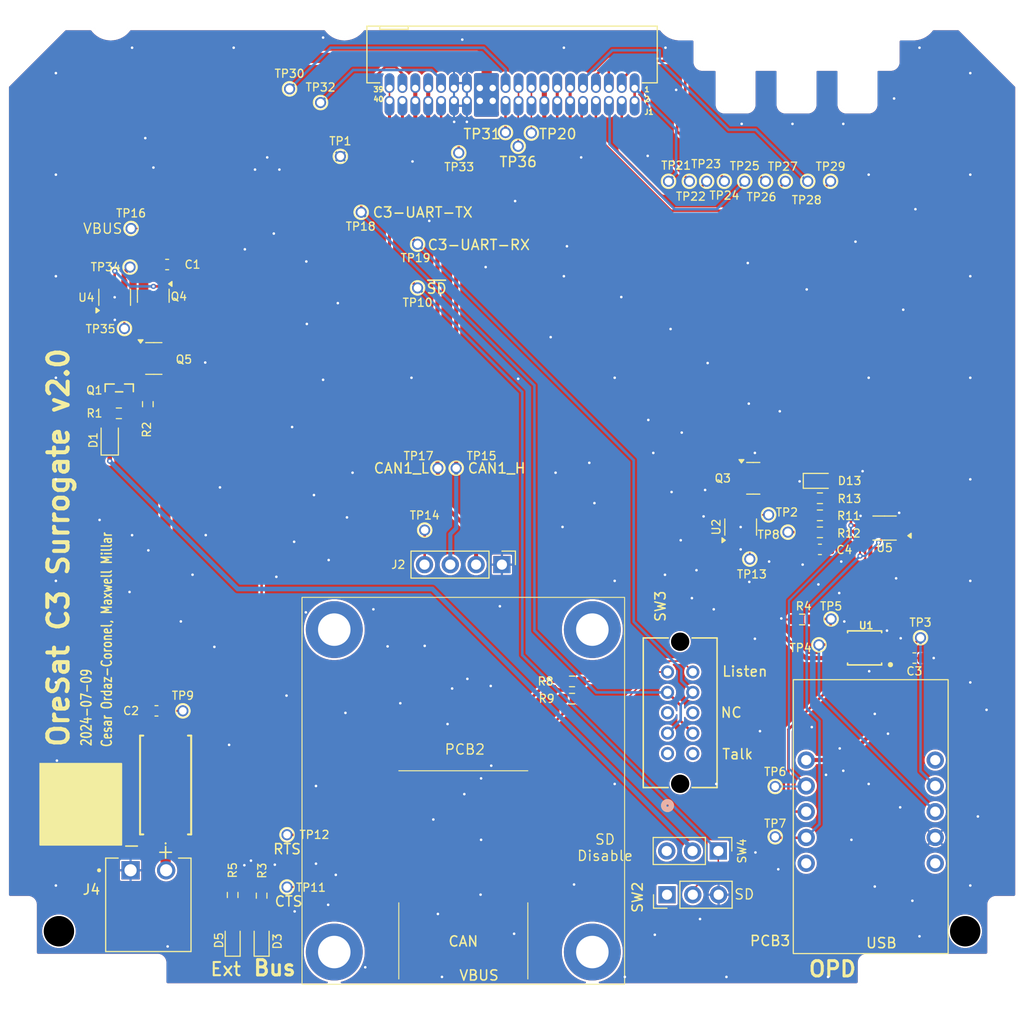
<source format=kicad_pcb>
(kicad_pcb (version 20241229) (generator "pcbnew") (generator_version "9.0")
  (title_block (title "Oresat C3 Surrogate") (date "2024-07-09") (rev "2.0"))
  (layers (0 "F.Cu" signal) (2 "B.Cu" signal) (13 "F.Paste" user) (15 "B.Paste" user) (5 "F.SilkS" user "F.Silkscreen") (7 "B.SilkS" user "B.Silkscreen") (1 "F.Mask" user) (3 "B.Mask" user) (25 "Edge.Cuts" user))
  (net 0 "")
  (net 1 "VBUS")
  (net 2 "GND")
  (net 3 "~{SD}")
  (net 4 "Net-(Q5-S)")
  (net 5 "Net-(PCB3-3V3)")
  (net 6 "Net-(Q3-D)")
  (net 7 "/SPARE5")
  (net 8 "/SPARE4")
  (net 9 "/SPARE3")
  (net 10 "/SPARE1")
  (net 11 "/CAN2_H")
  (net 12 "/CAN2_L")
  (net 13 "/SPARE32")
  (net 14 "/SPARE31")
  (net 15 "/SPARE22")
  (net 16 "/SPARE21")
  (net 17 "/SPARE10")
  (net 18 "/SPARE9")
  (net 19 "/SPARE8")
  (net 20 "/SPARE7")
  (net 21 "/SPARE6")
  (net 22 "/CANable_5V")
  (net 23 "C3-UART-TX")
  (net 24 "Net-(D1-A)")
  (net 25 "Net-(D1-K)")
  (net 26 "/OPD_ISET")
  (net 27 "/OPD_~{FAULT}")
  (net 28 "/OPD_~{ENABLE}")
  (net 29 "C3-UART-RX")
  (net 30 "OPD_PWR")
  (net 31 "OPD_SDA")
  (net 32 "OPD_SCL")
  (net 33 "CAN1_H")
  (net 34 "CAN1_L")
  (net 35 "Net-(D3-A)")
  (net 36 "Net-(D5-A)")
  (net 37 "Net-(D13-A)")
  (net 38 "Net-(PCB2-3V3)")
  (net 40 "Net-(PCB2-TXD)")
  (net 43 "Net-(PCB2-RTS#)")
  (net 44 "Net-(PCB2-RXD)")
  (net 45 "Net-(PCB2-CTS#)")
  (net 46 "Net-(Q1-D)")
  (net 47 "Net-(Q3-G)")
  (net 48 "Net-(Q4-D)")
  (net 49 "Net-(Q4-G)")
  (net 50 "Net-(R8-Pad2)")
  (net 51 "Net-(R9-Pad2)")
  (net 52 "/SDA")
  (net 58 "Net-(U2-STAT)")
  (net 59 "Net-(U2-CTL)")
  (net 60 "Net-(U4-STAT)")
  (net 61 "Net-(U4-CTL)")
  (net 63 "/SCL")
  (net 67 "Net-(J4-Pin_2)")
  (footprint "oresat-pcbs:Adafruit-Trinket" (layer "F.Cu") (at 185.2 132.73 180)
    (property "Reference" "PCB3")
    (property "Value" "Trinket-M0")
  )
  (footprint "oresat-misc:TestPoint-0.75mm-th" (layer "F.Cu") (at 173.3 107.85)
    (property "Reference" "TP13")
    (property "Value" "Test-Point" (hide yes))
  )
  (footprint "Package_TO_SOT_SMD:TSOT-23-6" (layer "F.Cu") (at 110.7857 82.0714 90)
    (property "Reference" "U4")
    (property "Value" "LTC4412xS6")
  )
  (footprint "Resistor_SMD:R_0603_1608Metric_Pad0.98x0.95mm_HandSolder" (layer "F.Cu") (at 180.2 103.545)
    (property "Reference" "R11")
    (property "Value" "4.7k")
  )
  (footprint "oresat-misc:TestPoint-0.75mm-th" (layer "F.Cu") (at 176.8 70.65)
    (property "Reference" "TP27")
    (property "Value" "Test-Point" (hide yes))
  )
  (footprint "oresat-misc:TestPoint-0.75mm-th" (layer "F.Cu") (at 117.5 122.8)
    (property "Reference" "TP9")
    (property "Value" "Test-Point" (hide yes))
  )
  (footprint "oresat-misc:TestPoint-0.75mm-th" (layer "F.Cu") (at 177.05 105.2)
    (property "Reference" "TP8")
    (property "Value" "Test-Point" (hide yes))
  )
  (footprint "oresat-misc:TestPoint-0.75mm-th" (layer "F.Cu") (at 142.6 98.89825)
    (property "Reference" "TP17")
    (property "Value" "Test-Point" (hide yes))
  )
  (footprint "oresat-misc:TestPoint-0.75mm-th" (layer "F.Cu") (at 127.75 135)
    (property "Reference" "TP12")
    (property "Value" "Test-Point" (hide yes))
  )
  (footprint "Package_TO_SOT_SMD:SOT-23-6" (layer "F.Cu") (at 114.6375 88.1)
    (property "Reference" "Q5")
    (property "Value" "DMP3050LVT-7")
  )
  (footprint "oresat-misc:TestPoint-0.75mm-th" (layer "F.Cu") (at 181.3 113.75)
    (property "Reference" "TP5")
    (property "Value" "Test-Point" (hide yes))
  )
  (footprint "LED_SMD:LED_0603_1608Metric_Pad1.05x0.95mm_HandSolder" (layer "F.Cu") (at 180.2225 100.15)
    (property "Reference" "D13")
    (property "Value" "Green")
  )
  (footprint "Package_TO_SOT_SMD:TSOT-23-6" (layer "F.Cu") (at 172.4 104.7 90)
    (property "Reference" "U2")
    (property "Value" "LTC4412xS6")
  )
  (footprint "LED_SMD:LED_0603_1608Metric_Pad1.05x0.95mm_HandSolder" (layer "F.Cu") (at 125.25 145.3 90)
    (property "Reference" "D3")
    (property "Value" "Green")
  )
  (footprint "oresat-misc:TestPoint-0.75mm-th" (layer "F.Cu") (at 175.8 130.25)
    (property "Reference" "TP6")
    (property "Value" "Test-Point" (hide yes))
  )
  (footprint "oresat-misc:TestPoint-0.75mm-th" (layer "F.Cu") (at 150.5 67.2)
    (property "Reference" "TP36")
    (property "Value" "Test-Point" (hide yes))
  )
  (footprint "oresat-misc:TestPoint-0.75mm-th" (layer "F.Cu") (at 111.75 85.15 -90)
    (property "Reference" "TP35")
    (property "Value" "Test-Point" (hide yes))
  )
  (footprint "oresat-misc:TestPoint-0.75mm-th" (layer "F.Cu") (at 141.3 105)
    (property "Reference" "TP14")
    (property "Value" "Test-Point" (hide yes))
  )
  (footprint "oresat-misc:TestPoint-0.75mm-th" (layer "F.Cu") (at 151.8 65.9)
    (property "Reference" "TP20")
    (property "Value" "Test-Point" (hide yes))
  )
  (footprint "oresat-connectors:PHOENIX_1995499" (layer "F.Cu") (at 109.9 146.5)
    (property "Reference" "J4")
    (property "Value" "1995499")
  )
  (footprint "Connector_PinHeader_2.54mm:PinHeader_1x03_P2.54mm_Vertical" (layer "F.Cu") (at 170.2 136.6 -90)
    (property "Reference" "SW4")
    (property "Value" "EG1218")
  )
  (footprint "Package_TO_SOT_SMD:SOT-23" (layer "F.Cu") (at 114.5857 81.9214 -90)
    (property "Reference" "Q4")
    (property "Value" "NTR4101P")
  )
  (footprint "oresat-ics:SOT23" (layer "F.Cu") (at 111.2375 91)
    (property "Reference" "Q1")
    (property "Value" "PMV45EN")
  )
  (footprint "Resistor_SMD:R_0603_1608Metric_Pad0.98x0.95mm_HandSolder" (layer "F.Cu") (at 180.2 105.2225)
    (property "Reference" "R12")
    (property "Value" "4.7k")
  )
  (footprint "oresat-connectors:J-SAMTEC-TFM-120-X1-XXX-D-RA" (layer "F.Cu") (at 149.9 62.1)
    (property "Reference" "J1")
    (property "Value" "J-SAMTEC-TFM-120-X1-XXX-D-RA")
  )
  (footprint "oresat-misc:TestPoint-0.75mm-th" (layer "F.Cu") (at 174.85 70.65)
    (property "Reference" "TP26")
    (property "Value" "Test-Point" (hide yes))
  )
  (footprint "Resistor_SMD:R_0603_1608Metric_Pad0.98x0.95mm_HandSolder" (layer "F.Cu") (at 155.8 121.6)
    (property "Reference" "R9")
    (property "Value" "100")
  )
  (footprint "oresat-misc:TestPoint-0.75mm-th" (layer "F.Cu") (at 128 61.55)
    (property "Reference" "TP30")
    (property "Value" "Test-Point" (hide yes))
  )
  (footprint "LED_SMD:LED_0603_1608Metric_Pad1.05x0.95mm_HandSolder" (layer "F.Cu") (at 122.4 145.3 90)
    (property "Reference" "D5")
    (property "Value" "Green")
  )
  (footprint "oresat-pcbs:ORESAT-CARD-V1.3-3RF" (layer "F.Cu") (at 149.9 100.2)
    (property "Reference" "PCB1" (hide yes))
    (property "Value" "ORESAT-CARD-V1.3-GENERIC-3RF" (hide yes))
    (fp_line (start -49.9 -39) (end -49.9 40.7) (stroke (width 0.001)) (layer "Edge.Cuts"))
    (fp_line (start -49.4 41.2) (end -47.65 41.2) (stroke (width 0.001)) (layer "Edge.Cuts"))
    (fp_line (start -47.15 41.7) (end -47.15 46.4) (stroke (width 0.001)) (layer "Edge.Cuts"))
    (fp_line (start -46.65 46.9) (end -34.9 46.9) (stroke (width 0.001)) (layer "Edge.Cuts"))
    (fp_line (start -44.1 -44.8) (end -49.9 -39) (stroke (width 0.001)) (layer "Edge.Cuts"))
    (fp_line (start -41.23205 -44.8) (end -44.1 -44.8) (stroke (width 0.001)) (layer "Edge.Cuts"))
    (fp_line (start -34.4 47.4) (end -34.4 49.3) (stroke (width 0.001)) (layer "Edge.Cuts"))
    (fp_line (start -33.9 49.8) (end 33.9 49.8) (stroke (width 0.001)) (layer "Edge.Cuts"))
    (fp_line (start -18.23205 -44.8) (end -37.76795 -44.8) (stroke (width 0.001)) (layer "Edge.Cuts"))
    (fp_line (start 14.76795 -44.8) (end -14.76795 -44.8) (stroke (width 0.001)) (layer "Edge.Cuts"))
    (fp_line (start 16.5 -43.8) (end 17.73205 -43.8) (stroke (width 0.001)) (layer "Edge.Cuts"))
    (fp_line (start 18.23205 -43.3) (end 18.23205 -41.3) (stroke (width 0.001)) (layer "Edge.Cuts"))
    (fp_line (start 18.73205 -40.8) (end 20.41 -40.8) (stroke (width 0.001)) (layer "Edge.Cuts"))
    (fp_line (start 20.41 -40.8) (end 20.41 -37.1) (stroke (width 0.001)) (layer "Edge.Cuts"))
    (fp_line (start 20.91 -36.6) (end 23.09 -36.6) (stroke (width 0.001)) (layer "Edge.Cuts"))
    (fp_line (start 23.59 -37.1) (end 23.59 -40.8) (stroke (width 0.001)) (layer "Edge.Cuts"))
    (fp_line (start 26.41 -40.8) (end 23.59 -40.8) (stroke (width 0.001)) (layer "Edge.Cuts"))
    (fp_line (start 26.41 -37.1) (end 26.41 -40.8) (stroke (width 0.001)) (layer "Edge.Cuts"))
    (fp_line (start 26.91 -36.6) (end 29.09 -36.6) (stroke (width 0.001)) (layer "Edge.Cuts"))
    (fp_line (start 29.59 -37.1) (end 29.59 -40.8) (stroke (width 0.001)) (layer "Edge.Cuts"))
    (fp_line (start 32.41 -40.8) (end 29.59 -40.8) (stroke (width 0.001)) (layer "Edge.Cuts"))
    (fp_line (start 32.41 -37.1) (end 32.41 -40.8) (stroke (width 0.001)) (layer "Edge.Cuts"))
    (fp_line (start 32.91 -36.6) (end 35.09 -36.6) (stroke (width 0.001)) (layer "Edge.Cuts"))
    (fp_line (start 34.4 49.3) (end 34.4 47.4) (stroke (width 0.001)) (layer "Edge.Cuts"))
    (fp_line (start 34.9 46.9) (end 46.65 46.9) (stroke (width 0.001)) (layer "Edge.Cuts"))
    (fp_line (start 35.59 -37.1) (end 35.59 -40.8) (stroke (width 0.001)) (layer "Edge.Cuts"))
    (fp_line (start 37.26795 -40.8) (end 35.59 -40.8) (stroke (width 0.001)) (layer "Edge.Cuts"))
    (fp_line (start 37.76795 -43.3) (end 37.76795 -41.3) (stroke (width 0.001)) (layer "Edge.Cuts"))
    (fp_line (start 39.5 -43.8) (end 38.26795 -43.8) (stroke (width 0.001)) (layer "Edge.Cuts"))
    (fp_line (start 44.1 -44.8) (end 41.23205 -44.8) (stroke (width 0.001)) (layer "Edge.Cuts"))
    (fp_line (start 47.15 46.4) (end 47.15 41.7) (stroke (width 0.001)) (layer "Edge.Cuts"))
    (fp_line (start 47.65 41.2) (end 49.4 41.2) (stroke (width 0.001)) (layer "Edge.Cuts"))
    (fp_line (start 49.9 -39) (end 44.1 -44.8) (stroke (width 0.001)) (layer "Edge.Cuts"))
    (fp_line (start 49.9 40.7) (end 49.9 -39) (stroke (width 0.001)) (layer "Edge.Cuts"))
    (fp_arc (start -49.4 41.2) (mid -49.753553 41.053553) (end -49.9 40.7) (stroke (width 0.001)) (layer "Edge.Cuts"))
    (fp_arc (start -47.65 41.2) (mid -47.296447 41.346447) (end -47.15 41.7) (stroke (width 0.001)) (layer "Edge.Cuts"))
    (fp_arc (start -46.65 46.9) (mid -47.003553 46.753553) (end -47.15 46.4) (stroke (width 0.001)) (layer "Edge.Cuts"))
    (fp_arc (start -37.767951 -44.799999) (mid -39.500001 -43.800001) (end -41.23205 -44.8) (stroke (width 0.001)) (layer "Edge.Cuts"))
    (fp_arc (start -34.9 46.9) (mid -34.546447 47.046447) (end -34.4 47.4) (stroke (width 0.001)) (layer "Edge.Cuts"))
    (fp_arc (start -33.9 49.8) (mid -34.253553 49.653553) (end -34.4 49.3) (stroke (width 0.001)) (layer "Edge.Cuts"))
    (fp_arc (start -14.767951 -44.799999) (mid -16.500001 -43.800001) (end -18.23205 -44.8) (stroke (width 0.001)) (layer "Edge.Cuts"))
    (fp_arc (start 16.499999 -43.8) (mid 15.5 -44.067949) (end 14.76795 -44.8) (stroke (width 0.001)) (layer "Edge.Cuts"))
    (fp_arc (start 17.73205 -43.8) (mid 18.085571 -43.653536) (end 18.23205 -43.3) (stroke (width 0.001)) (layer "Edge.Cuts"))
    (fp_arc (start 18.73205 -40.8) (mid 18.378529 -40.946464) (end 18.23205 -41.3) (stroke (width 0.001)) (layer "Edge.Cuts"))
    (fp_arc (start 20.91 -36.6) (mid 20.556447 -36.746447) (end 20.41 -37.1) (stroke (width 0.001)) (layer "Edge.Cuts"))
    (fp_arc (start 23.59 -37.1) (mid 23.443553 -36.746447) (end 23.09 -36.6) (stroke (width 0.001)) (layer "Edge.Cuts"))
    (fp_arc (start 26.91 -36.6) (mid 26.556447 -36.746447) (end 26.41 -37.1) (stroke (width 0.001)) (layer "Edge.Cuts"))
    (fp_arc (start 29.59 -37.1) (mid 29.443553 -36.746447) (end 29.09 -36.6) (stroke (width 0.001)) (layer "Edge.Cuts"))
    (fp_arc (start 32.91 -36.6) (mid 32.556447 -36.746447) (end 32.41 -37.1) (stroke (width 0.001)) (layer "Edge.Cuts"))
    (fp_arc (start 34.4 47.4) (mid 34.546447 47.046447) (end 34.9 46.9) (stroke (width 0.001)) (layer "Edge.Cuts"))
    (fp_arc (start 34.4 49.3) (mid 34.253553 49.653553) (end 33.9 49.8) (stroke (width 0.001)) (layer "Edge.Cuts"))
    (fp_arc (start 35.59 -37.1) (mid 35.443553 -36.746447) (end 35.09 -36.6) (stroke (width 0.001)) (layer "Edge.Cuts"))
    (fp_arc (start 37.76795 -43.3) (mid 37.914394 -43.653571) (end 38.26795 -43.8) (stroke (width 0.001)) (layer "Edge.Cuts"))
    (fp_arc (start 37.76795 -41.3) (mid 37.621506 -40.946429) (end 37.26795 -40.8) (stroke (width 0.001)) (layer "Edge.Cuts"))
    (fp_arc (start 41.232049 -44.8) (mid 40.499999 -44.06795) (end 39.5 -43.8) (stroke (width 0.001)) (layer "Edge.Cuts"))
    (fp_arc (start 47.15 41.7) (mid 47.296447 41.346447) (end 47.65 41.2) (stroke (width 0.001)) (layer "Edge.Cuts"))
    (fp_arc (start 47.15 46.4) (mid 47.003553 46.753553) (end 46.65 46.9) (stroke (width 0.001)) (layer "Edge.Cuts"))
    (fp_arc (start 49.9 40.7) (mid 49.753553 41.053553) (end 49.4 41.2) (stroke (width 0.001)) (layer "Edge.Cuts"))
  )
  (footprint "oresat-misc:TestPoint-0.75mm-th" (layer "F.Cu") (at 169.05 70.65)
    (property "Reference" "TP23")
    (property "Value" "Test-Point" (hide yes))
  )
  (footprint "oresat-misc:TestPoint-0.75mm-th" (layer "F.Cu") (at 181.25 70.65)
    (property "Reference" "TP29")
    (property "Value" "Test-Point" (hide yes))
  )
  (footprint "Package_SO:VSSOP-8_2.3x2mm_P0.5mm" (layer "F.Cu") (at 186.565 104.8 180)
    (property "Reference" "U5")
    (property "Value" "TS5A21366")
  )
  (footprint "oresat-misc:TestPoint-0.75mm-th" (layer "F.Cu") (at 140.6 76.85)
    (property "Reference" "TP19")
    (property "Value" "Test-Point" (hide yes))
  )
  (footprint "Resistor_SMD:R_0603_1608Metric_Pad0.98x0.95mm_HandSolder" (layer "F.Cu") (at 180.2 101.8675)
    (property "Reference" "R13")
    (property "Value" "10k")
  )
  (footprint "Capacitor_SMD:C_0603_1608Metric_Pad1.08x0.95mm_HandSolder" (layer "F.Cu") (at 180.2 106.9)
    (property "Reference" "C4")
    (property "Value" "1uF")
  )
  (footprint "Package_TO_SOT_SMD:SOT-23" (layer "F.Cu") (at 173.6375 99.9)
    (property "Reference" "Q3")
    (property "Value" "NTR4101P")
  )
  (footprint "oresat-misc:TestPoint-0.75mm-th" (layer "F.Cu") (at 133 68.2)
    (property "Reference" "TP1")
    (property "Value" "Test-Point" (hide yes))
  )
  (footprint "oresat-misc:TestPoint-0.75mm-th" (layer "F.Cu") (at 180.1 116.3)
    (property "Reference" "TP4")
    (property "Value" "Test-Point" (hide yes))
  )
  (footprint "oresat-misc:TestPoint-0.75mm-th" (layer "F.Cu") (at 144.65 67.85)
    (property "Reference" "TP33")
    (property "Value" "Test-Point" (hide yes))
  )
  (footprint "Resistor_SMD:R_0603_1608Metric_Pad0.98x0.95mm_HandSolder" (layer "F.Cu") (at 178.45 113.8 180)
    (property "Reference" "R4")
    (property "Value" "23.7k")
  )
  (footprint "oresat-misc:TestPoint-0.75mm-th" (layer "F.Cu") (at 144.4 98.89825)
    (property "Reference" "TP15")
    (property "Value" "Test-Point" (hide yes))
  )
  (footprint "oresat-misc:TestPoint-0.75mm-th" (layer "F.Cu") (at 140.6 81.15)
    (property "Reference" "TP10")
    (property "Value" "Test-Point" (hide yes))
  )
  (footprint "oresat-ics:LINEAR-MSOP-8-AND-MAXIM-UMAX-8-21-0036" (layer "F.Cu") (at 184.6 116.6 180)
    (property "Reference" "U1")
    (property "Value" "MAX892LEUA+T" (hide yes))
  )
  (footprint "oresat-misc:TestPoint-0.75mm-th" (layer "F.Cu") (at 112.4 75.3)
    (property "Reference" "TP16")
    (property "Value" "Test-Point" (hide yes))
  )
  (footprint "oresat-misc:TestPoint-0.75mm-th" (layer "F.Cu") (at 175.8 135.2)
    (property "Reference" "TP7")
    (property "Value" "Test-Point" (hide yes))
  )
  (footprint "oresat-passives:Littelfuse 155900DR" (layer "F.Cu") (at 115.8 130.1 90)
    (property "Reference" "F2" (hide yes))
    (property "Value" "0155900DR" (hide yes))
  )
  (footprint "Capacitor_SMD:C_0603_1608Metric_Pad1.08x0.95mm_HandSolder" (layer "F.Cu") (at 115.95 78.85)
    (property "Reference" "C1")
    (property "Value" "10uF")
  )
  (footprint "Resistor_SMD:R_0603_1608Metric_Pad0.98x0.95mm_HandSolder" (layer "F.Cu") (at 122.4 140.93125 -90)
    (property "Reference" "R5")
    (property "Value" "10k")
  )
  (footprint "Diode_SMD:D_SOD-323F" (layer "F.Cu") (at 110.3 96 90)
    (property "Reference" "D1")
    (property "Value" "1N4151WS")
  )
  (footprint "oresat-misc:TestPoint-0.75mm-th" (layer "F.Cu") (at 179 70.65)
    (property "Reference" "TP28")
    (property "Value" "Test-Point" (hide yes))
  )
  (footprint "oresat-misc:TestPoint-0.75mm-th" (layer "F.Cu") (at 170.8 70.65)
    (property "Reference" "TP24")
    (property "Value" "Test-Point" (hide yes))
  )
  (footprint "Resistor_SMD:R_0603_1608Metric_Pad0.98x0.95mm_HandSolder" (layer "F.Cu") (at 114.05 92.6 90)
    (property "Reference" "R2")
    (property "Value" "10k")
  )
  (footprint "oresat-misc:TestPoint-0.75mm-th" (layer "F.Cu") (at 135.05 73.7)
    (property "Reference" "TP18")
    (property "Value" "Test-Point" (hide yes))
  )
  (footprint "Connector_PinHeader_2.54mm:PinHeader_1x03_P2.54mm_Vertical" (layer "F.Cu") (at 165.15 140.905 90)
    (property "Reference" "SW2")
    (property "Value" "EG1218")
  )
  (footprint "Resistor_SMD:R_0603_1608Metric_Pad0.98x0.95mm_HandSolder" (layer "F.Cu") (at 125.25 141 -90)
    (property "Reference" "R3")
    (property "Value" "10k")
  )
  (footprint "oresat-misc:TestPoint-0.75mm-th" (layer "F.Cu") (at 172.8 70.65)
    (property "Reference" "TP25")
    (property "Value" "Test-Point" (hide yes))
  )
  (footprint "oresat-misc:TestPoint-0.75mm-th" (layer "F.Cu") (at 131.05 62.9)
    (property "Reference" "TP32")
    (property "Value" "Test-Point" (hide yes))
  )
  (footprint "oresat-passives:DP3T_OS203011MV9QS1_CNK" (layer "F.Cu") (at 165.2 127 90)
    (property "Reference" "SW3")
    (property "Value" "OS203011MV9QS1")
  )
  (footprint "Resistor_SMD:R_0603_1608Metric_Pad0.98x0.95mm_HandSolder" (layer "F.Cu") (at 155.8 119.9)
    (property "Reference" "R8")
    (property "Value" "100")
  )
  (footprint "Connector_PinHeader_2.54mm:PinHeader_1x04_P2.54mm_Vertical" (layer "F.Cu") (at 148.9 108.4 -90)
    (property "Reference" "J2")
    (property "Value" "Conn_01x04")
  )
  (footprint "oresat-misc:TestPoint-0.75mm-th" (layer "F.Cu") (at 127.75 140.15)
    (property "Reference" "TP11")
    (property "Value" "Test-Point" (hide yes))
  )
  (footprint "Capacitor_SMD:C_0603_1608Metric_Pad1.08x0.95mm_HandSolder" (layer "F.Cu") (at 114.9 122.8 180)
    (property "Reference" "C2")
    (property "Value" "10uF")
  )
  (footprint "Resistor_SMD:R_0603_1608Metric_Pad0.98x0.95mm_HandSolder" (layer "F.Cu") (at 111.2 93.5 180)
    (property "Reference" "R1")
    (property "Value" "10k")
  )
  (footprint "oresat-pcbs:vulCAN" (layer "F.Cu") (at 132.4 114.8)
    (property "Reference" "vCAN" (hide yes))
    (property "Value" "vulCAN")
  )
  (footprint "oresat-misc:TestPoint-0.75mm-th" (layer "F.Cu") (at 167.35 70.65)
    (property "Reference" "TP22")
    (property "Value" "Test-Point" (hide yes))
  )
  (footprint "oresat-misc:TestPoint-0.75mm-th" (layer "F.Cu") (at 165.3 70.65)
    (property "Reference" "TP21")
    (property "Value" "Test-Point" (hide yes))
  )
  (footprint "oresat-misc:TestPoint-0.75mm-th" (layer "F.Cu") (at 112.3 79.1)
    (property "Reference" "TP34")
    (property "Value" "Test-Point" (hide yes))
  )
  (footprint "oresat-pcbs:UMFT234XF" (layer "F.Cu") (at 151.45 149.7 180)
    (property "Reference" "PCB2")
    (property "Value" "UMFT234XF")
  )
  (footprint "oresat-misc:TestPoint-0.75mm-th" (layer "F.Cu") (at 190.1 115.6)
    (property "Reference" "TP3")
    (property "Value" "Test-Point" (hide yes))
  )
  (footprint "Capacitor_SMD:C_0603_1608Metric_Pad1.08x0.95mm_HandSolder" (layer "F.Cu") (at 189.5 117.6)
    (property "Reference" "C3")
    (property "Value" "1uF")
  )
  (footprint "oresat-misc:TestPoint-0.75mm-th" (layer "F.Cu") (at 149.25 65.85)
    (property "Reference" "TP31")
    (property "Value" "Test-Point" (hide yes))
  )
  (footprint "oresat-misc:TestPoint-0.75mm-th" (layer "F.Cu") (at 175.15 103.5)
    (property "Reference" "TP2")
    (property "Value" "Test-Point" (hide yes))
  )
  (gr_rect (start 103.45 128) (end 111.45 136) (stroke (width 0.15)) (fill yes) (layer "F.SilkS"))
  (gr_text "Listen" (at 170.5 119.5 0) (layer "F.SilkS") (effects (font (size 1 1)) (justify left bottom)))
  (gr_text "VBUS\n" (at 107.6 75.9 0) (layer "F.SilkS") (effects (font (size 1 1) (thickness 0.127)) (justify left bottom)))
  (gr_text "-" (at 112.45 136 0) (layer "F.SilkS") (effects (font (size 1.5 1.5))))
  (gr_text "${ISSUE_DATE}" (at 108 126.35 90) (layer "F.SilkS") (effects (font (size 1 0.75)) (justify left)))
  (gr_text "C3-UART-TX" (at 136.1 74.3 0) (layer "F.SilkS") (effects (font (size 1 1)) (justify left bottom)))
  (gr_text "RTS" (at 126.3 137 0) (layer "F.SilkS") (effects (font (size 1 1)) (justify left bottom)))
  (gr_text "Bus" (at 124.3 149 0) (layer "F.SilkS") (effects (font (size 1.5 1.5) (thickness 0.3) (bold yes)) (justify left bottom)))
  (gr_text "SD" (at 172.755 141.455 0) (layer "F.SilkS") (effects (font (size 1 1) (thickness 0.127)) (justify bottom)))
  (gr_text "Ext" (at 120.1 149 0) (layer "F.SilkS") (effects (font (size 1.3 1.3) (thickness 0.2) (bold yes)) (justify left bottom)))
  (gr_text "+" (at 115.8 136.61 0) (layer "F.SilkS") (effects (font (size 1.5 1.5))))
  (gr_text "VBUS" (at 146.65 148.85 0) (layer "F.SilkS") (effects (font (size 1 1))))
  (gr_text "~{SD}" (at 141.4 81.8 0) (layer "F.SilkS") (effects (font (size 1 1)) (justify left bottom)))
  (gr_text "CAN1_H" (at 145.45 99.5 0) (layer "F.SilkS") (effects (font (size 1 1)) (justify left bottom)))
  (gr_text "C3-UART-RX" (at 141.5 77.5 0) (layer "F.SilkS") (effects (font (size 1 1)) (justify left bottom)))
  (gr_text "Talk" (at 170.5 127.65 0) (layer "F.SilkS") (effects (font (size 1 1)) (justify left bottom)))
  (gr_text "Cesar Ordaz-Coronel, Maxwell Millar" (at 110 126.45 90) (layer "F.SilkS") (effects (font (size 1 0.75)) (justify left)))
  (gr_text "OPD" (at 178.95 149.1 0) (layer "F.SilkS") (effects (font (size 1.5 1.5) (thickness 0.3) (bold yes)) (justify left bottom)))
  (gr_text "SD\nDisable" (at 159.05 137.66 0) (layer "F.SilkS") (effects (font (size 1 1) (thickness 0.127)) (justify bottom)))
  (gr_text "NC" (at 170.35 123.55 0) (layer "F.SilkS") (effects (font (size 1 1)) (justify left bottom)))
  (gr_text "CAN1_L" (at 136.2 99.5 0) (layer "F.SilkS") (effects (font (size 1 1)) (justify left bottom)))
  (gr_text "OreSat C3 Surrogate v${REVISION}" (at 105.25 126.55 90) (layer "F.SilkS") (effects (font (size 2 2) (thickness 0.4)) (justify left)))
  (gr_text "CAN" (at 145.1 145.5 0) (layer "F.SilkS") (effects (font (size 1 1))))
  (gr_text "CTS" (at 126.45 142.15 0) (layer "F.SilkS") (effects (font (size 1 1)) (justify left bottom)))
  (segment (start 113.6357 78.85) (end 115.0875 78.85) (width 1) (layer "F.Cu") (net 1))
  (segment (start 146.4 58.5) (end 128.6357 58.5) (width 1) (layer "F.Cu") (net 1))
  (segment (start 113.6357 73.5) (end 113.6357 75.3) (width 1) (layer "F.Cu") (net 1))
  (segment (start 147.4 60.87) (end 147.4 59.5) (width 1) (layer "F.Cu") (net 1))
  (segment (start 128.6357 58.5) (end 113.6357 73.5) (width 1) (layer "F.Cu") (net 1))
  (segment (start 119.4 77.3) (end 113.6357 77.3) (width 0.25) (layer "F.Cu") (net 1))
  (segment (start 113.6357 75.3) (end 113.6357 77.3) (width 1) (layer "F.Cu") (net 1))
  (segment (start 125.25 83.15) (end 119.4 77.3) (width 0.25) (layer "F.Cu") (net 1))
  (segment (start 113.6357 77.3) (end 113.6357 78.85) (width 1) (layer "F.Cu") (net 1))
  (segment (start 147.4 59.5) (end 146.4 58.5) (width 1) (layer "F.Cu") (net 1))
  (segment (start 112.4 75.3) (end 113.6357 75.3) (width 0.1524) (layer "F.Cu") (net 1))
  (segment (start 125.25 140.0875) (end 125.25 83.15) (width 0.25) (layer "F.Cu") (net 1))
  (segment (start 111.1 78) (end 109.8357 79.2643) (width 0.25) (layer "F.Cu") (net 1))
  (segment (start 113.6357 78) (end 111.1 78) (width 0.25) (layer "F.Cu") (net 1))
  (segment (start 147.995 61.465) (end 147.4 60.87) (width 0.5) (layer "F.Cu") (net 1))
  (segment (start 109.8357 79.2643) (end 109.8357 80.9339) (width 0.25) (layer "F.Cu") (net 1))
  (segment (start 112.35 138.5) (end 112.3875 138.4625) (width 0.25) (layer "F.Cu") (net 2))
  (via (at 163.25 68.15) (size 0.508) (drill 0.254) (layers "F.Cu" "B.Cu") (net 2))
  (via (at 170 130) (size 0.508) (drill 0.254) (layers "F.Cu" "B.Cu") (net 2))
  (via (at 195 60) (size 0.508) (drill 0.254) (layers "F.Cu" "B.Cu") (net 2))
  (via (at 174.3 124.8) (size 0.508) (drill 0.254) (layers "F.Cu" "B.Cu") (net 2))
  (via (at 154.867735 104.689218) (size 0.508) (drill 0.254) (layers "F.Cu" "B.Cu") (net 2))
  (via (at 195 120) (size 0.508) (drill 0.254) (layers "F.Cu" "B.Cu") (net 2))
  (via (at 168.05 108.95) (size 0.508) (drill 0.254) (layers "F.Cu" "B.Cu") (net 2))
  (via (at 183.7 76.6) (size 0.508) (drill 0.254) (layers "F.Cu" "B.Cu") (net 2))
  (via (at 122.05 126.15) (size 0.508) (drill 0.254) (layers "F.Cu" "B.Cu") (net 2))
  (via (at 196.6 122.7) (size 0.508) (drill 0.254) (layers "F.Cu" "B.Cu") (net 2))
  (via (at 155.3 77.05) (size 0.508) (drill 0.254) (layers "F.Cu" "B.Cu") (net 2))
  (via (at 114.1 106.995) (size 0.508) (drill 0.254) (layers "F.Cu" "B.Cu") (net 2))
  (via (at 165 57.5) (size 0.508) (drill 0.254) (layers "F.Cu" "B.Cu") (net 2))
  (via (at 176.25 93.3) (size 0.508) (drill 0.254) (layers "F.Cu" "B.Cu") (net 2))
  (via (at 129.65 78.55) (size 0.508) (drill 0.254) (layers "F.Cu" "B.Cu") (net 2))
  (via (at 187.5 62.5) (size 0.508) (drill 0.254) (layers "F.Cu" "B.Cu") (net 2))
  (via (at 143 149) (size 0.508) (drill 0.254) (layers "F.Cu" "B.Cu") (net 2))
  (via (at 123.55 138) (size 0.508) (drill 0.254) (layers "F.Cu" "B.Cu") (net 2))
  (via (at 173.1 78.7) (size 0.508) (drill 0.254) (layers "F.Cu" "B.Cu") (net 2))
  (via (at 166.6 95.4) (size 0.508) (drill 0.254) (layers "F.Cu" "B.Cu") (net 2))
  (via (at 182.15 126.5) (size 0.508) (drill 0.254) (layers "F.Cu" "B.Cu") (net 2))
  (via (at 195 70) (size 0.508) (drill 0.254) (layers "F.Cu" "B.Cu") (net 2))
  (via (at 110.8 84.3) (size 0.508) (drill 0.254) (layers "F.Cu" "B.Cu") (net 2))
  (via (at 145.2 131) (size 0.508) (drill 0.254) (layers "F.Cu" "B.Cu") (net 2))
  (via (at 121.15 100.795) (size 0.508) (drill 0.254) (layers "F.Cu" "B.Cu") (net 2))
  (via (at 173.855 136.745) (size 0.508) (drill 0.254) (layers "F.Cu" "B.Cu") (net 2))
  (via (at 141.75 74.55) (size 0.508) (drill 0.254) (layers "F.Cu" "B.Cu") (net 2))
  (via (at 175.2 108.1) (size 0.508) (drill 0.254) (layers "F.Cu" "B.Cu") (net 2))
  (via (at 186.9 125.05) (size 0.508) (drill 0.254) (layers "F.Cu" "B.Cu") (net 2))
  (via (at 191.4 117.6) (size 0.508) (drill 0.254) (layers "F.Cu" "B.Cu") (net 2))
  (via (at 132.55 138.95) (size 0.508) (drill 0.254) (layers "F.Cu" "B.Cu") (net 2))
  (via (at 166.5 106) (size 0.508) (drill 0.254) (layers "F.Cu" "B.Cu") (net 2))
  (via (at 128.5 142.55) (size 0.508) (drill 0.254) (layers "F.Cu" "B.Cu") (net 2))
  (via (at 141.3 116.4) (size 0.508) (drill 0.254) (layers "F.Cu" "B.Cu") (net 2))
  (via (at 185.05 118.9) (size 0.508) (drill 0.254) (layers "F.Cu" "B.Cu") (net 2))
  (via (at 116 146) (size 0.508) (drill 0.254) (layers "F.Cu" "B.Cu") (net 2))
  (via (at 187.7 109.75) (size 0.508) (drill 0.254) (layers "F.Cu" "B.Cu") (net 2))
  (via (at 142.15 133.5) (size 0.508) (drill 0.254) (layers "F.Cu" "B.Cu") (net 2))
  (via (at 182.5 128.7) (size 0.508) (drill 0.254) (layers "F.Cu" "B.Cu") (net 2))
  (via (at 118.45 109.395) (size 0.508) (drill 0.254) (layers "F.Cu" "B.Cu") (net 2))
  (via (at 119.75 105.495) (size 0.508) (drill 0.254) (layers "F.Cu" "B.Cu") (net 2))
  (via (at 161 149) (size 0.508) (drill 0.254) (layers "F.Cu" "B.Cu") (net 2))
  (via (at 157.501438 98.375547) (size 0.508) (drill 0.254) (layers "F.Cu" "B.Cu") (net 2))
  (via (at 168.75 103.65) (size 0.508) (drill 0.254) (layers "F.Cu" "B.Cu") (net 2))
  (via (at 172.4 104.7) (size 0.508) (drill 0.254) (layers "F.Cu" "B.Cu") (net 2))
  (via (at 165.5 85.2) (size 0.508) (drill 0.254) (layers "F.Cu" "B.Cu") (net 2))
  (via (at 150.1 144.75) (size 0.508) (drill 0.254) (layers "F.Cu" "B.Cu") (net 2))
  (via (at 178.2 100.2) (size 0.508) (drill 0.254) (layers "F.Cu" "B.Cu") (net 2))
  (via (at 169.15 88.55) (size 0.508) (drill 0.254) (layers "F.Cu" "B.Cu") (net 2))
  (via (at 155 57.5) (size 0.508) (drill 0.254) (layers "F.Cu" "B.Cu") (net 2))
  (via (at 105 140) (size 0.508) (drill 0.254) (layers "F.Cu" "B.Cu") (net 2))
  (via (at 189.3 141.5) (size 0.508) (drill 0.254) (layers "F.Cu" "B.Cu") (net 2))
  (via (at 131.85 107.95) (size 0.508) (drill 0.254) (layers "F.Cu" "B.Cu") (net 2))
  (via (at 128.25 94.85) (size 0.508) (drill 0.254) (layers "F.Cu" "B.Cu") (net 2))
  (via (at 105 80) (size 0.508) (drill 0.254) (layers "F.Cu" "B.Cu") (net 2))
  (via (at 180.8 129.1) (size 0.508) (drill 0.254) (layers "F.Cu" "B.Cu") (net 2))
  (via (at 181 149) (size 0.508) (drill 0.254) (layers "F.Cu" "B.Cu") (net 2))
  (via (at 129.7 84.7) (size 0.508) (drill 0.254) (layers "F.Cu" "B.Cu") (net 2))
  (via (at 147.85 128.2) (size 0.508) (drill 0.254) (layers "F.Cu" "B.Cu") (net 2))
  (via (at 135.45 148.05) (size 0.508) (drill 0.254) (layers "F.Cu" "B.Cu") (net 2))
  (via (at 195 100) (size 0.508) (drill 0.254) (layers "F.Cu" "B.Cu") (net 2))
  (via (at 178.5 108.4) (size 0.508) (drill 0.254) (layers "F.Cu" "B.Cu") (net 2))
  (via (at 190 57.5) (size 0.508) (drill 0.254) (layers "F.Cu" "B.Cu") (net 2))
  (via (at 128.45 106.15) (size 0.508) (drill 0.254) (layers "F.Cu" "B.Cu") (net 2))
  (via (at 144 120.6) (size 0.508) (drill 0.254) (layers "F.Cu" "B.Cu") (net 2))
  (via (at 113.8 66.4) (size 0.508) (drill 0.254) (layers "F.Cu" "B.Cu") (net 2))
  (via (at 169.75 112.8) (size 0.508) (drill 0.254) (layers "F.Cu" "B.Cu") (net 2))
  (via (at 146.85 135.5) (size 0.508) (drill 0.254) (layers "F.Cu" "B.Cu") (net 2))
  (via (at 188.4 83.3) (size 0.508) (drill 0.254) (layers "F.Cu" "B.Cu") (net 2))
  (via (at 188.1 132.3) (size 0.508) (drill 0.254) (layers "F.Cu" "B.Cu") (net 2))
  (via (at 148.7 112.5) (size 0.508) (drill 0.254) (layers "F.Cu" "B.Cu") (net 2))
  (via (at 163.8 97.4) (size 0.508) (drill 0.254) (layers "F.Cu" "B.Cu") (net 2))
  (via (at 173.25 110.1) (size 0.508) (drill 0.254) (layers "F.Cu" "B.Cu") (net 2))
  (via (at 147.8 120.35) (size 0.508) (drill 0.254) (layers "F.Cu" "B.Cu") (net 2))
  (via (at 160 90) (size 0.508) (drill 0.254) (layers "F.Cu" "B.Cu") (net 2))
  (via (at 189.6 73.4) (size 0.508) (drill 0.254) (layers "F.Cu" "B.Cu") (net 2))
  (via (at 179.4 124.4) (size 0.508) (drill 0.254) (layers "F.Cu" "B.Cu") (net 2))
  (via (at 126.45 75.8) (size 0.508) (drill 0.254) (layers "F.Cu" "B.Cu") (net 2))
  (via (at 130.6 130.2) (size 0.508) (drill 0.254) (layers "F.Cu" "B.Cu") (net 2))
  (via (at 150.5 90.1) (size 0.508) (drill 0.254) (layers "F.Cu" "B.Cu") (net 2))
  (via (at 112.5 57.5) (size 0.508) (drill 0.254) (layers "F.Cu" "B.Cu") (net 2))
  (via (at 160 130) (size 0.508) (drill 0.254) (layers "F.Cu" "B.Cu") (net 2))
  (via (at 184.4 99.2) (size 0.508) (drill 0.254) (layers "F.Cu" "B.Cu") (net 2))
  (via (at 155 80) (size 0.508) (drill 0.254) (layers "F.Cu" "B.Cu") (net 2))
  (via (at 195 80) (size 0.508) (drill 0.254) (layers "F.Cu" "B.Cu") (net 2))
  (via (at 109.3 104) (size 0.508) (drill 0.254) (layers "F.Cu" "B.Cu") (net 2))
  (via (at 124.6 69.5) (size 0.508) (drill 0.254) (layers "F.Cu" "B.Cu") (net 2))
  (via (at 190 145) (size 0.508) (drill 0.254) (layers "F.Cu" "B.Cu") (net 2))
  (via (at 195.75 133.2) (size 0.508) (drill 0.254) (layers "F.Cu" "B.Cu") (net 2))
  (via (at 195 90) (size 0.508) (drill 0.254) (layers "F.Cu" "B.Cu") (net 2))
  (via (at 146.85 129.45) (size 0.508) (drill 0.254) (layers "F.Cu" "B.Cu") (net 2))
  (via (at 186.8 114.9) (size 0.508) (drill 0.254) (layers "F.Cu" "B.Cu") (net 2))
  (via (at 160.65 82.05) (size 0.508) (drill 0.254) (layers "F.Cu" "B.Cu") (net 2))
  (via (at 136.25 112.8) (size 0.508) (drill 0.254) (layers "F.Cu" "B.Cu") (net 2))
  (via (at 120.6 116.5) (size 0.508) (drill 0.254) (layers "F.Cu" "B.Cu") (net 2))
  (via (at 195 110) (size 0.508) (drill 0.254) (layers "F.Cu" "B.Cu") (net 2))
  (via (at 172.5 65) (size 0.508) (drill 0.254) (layers "F.Cu" "B.Cu") (net 2))
  (via (at 168.4 143.3) (size 0.508) (drill 0.254) (layers "F.Cu" "B.Cu") (net 2))
  (via (at 185.6 140.1) (size 0.508) (drill 0.254) (layers "F.Cu" "B.Cu") (net 2))
  (via (at 160 110) (size 0.508) (drill 0.254) (layers "F.Cu" "B.Cu") (net 2))
  (via (at 133.65 103.75) (size 0.508) (drill 0.254) (layers "F.Cu" "B.Cu") (net 2))
  (via (at 163.95 144.85) (size 0.508) (drill 0.254) (layers "F.Cu" "B.Cu") (net 2))
  (via (at 142.6 142.8) (size 0.508) (drill 0.254) (layers "F.Cu" "B.Cu") (net 2))
  (via (at 117.3 113.995) (size 0.508) (drill 0.254) (layers "F.Cu" "B.Cu") (net 2))
  (via (at 127.7 121.3) (size 0.508) (drill 0.254) (layers "F.Cu" "B.Cu") (net 2))
  (via (at 110.7857 82.0714) (size 0.508) (drill 0.254) (layers "F.Cu" "B.Cu") (net 2))
  (via (at 185 90) (size 0.508) (drill 0.254) (layers "F.Cu" "B.Cu") (net 2))
  (via (at 176.4 113.7) (size 0.508) (drill 0.254) (layers "F.Cu" "B.Cu") (net 2))
  (via (at 140 90) (size 0.508) (drill 0.254) (layers "F.Cu" "B.Cu") (net 2))
  (via (at 144.2 64.8) (size 0.508) (drill 0.254) (layers "F.Cu" "B.Cu") (net 2))
  (via (at 130.6 137.85) (size 0.508) (drill 0.254) (layers "F.Cu" "B.Cu") (net 2))
  (via (at 167.6 111.7) (size 0.508) (drill 0.254) (layers "F.Cu" "B.Cu") (net 2))
  (via (at 130.4 101.55) (size 0.508) (drill 0.254) (layers "F.Cu" "B.Cu") (net 2))
  (via (at 182.5 65) (size 0.508) (drill 0.254) (layers "F.Cu" "B.Cu") (net 2))
  (via (at 158.006531 102.34414) (size 0.508) (drill 0.254) (layers "F.Cu" "B.Cu") (net 2))
  (via (at 156 139.9) (size 0.508) (drill 0.254) (layers "F.Cu" "B.Cu") (net 2))
  (via (at 134.2 99.35) (size 0.508) (drill 0.254) (layers "F.Cu" "B.Cu") (net 2))
  (via (at 143.55 124.1) (size 0.508) (drill 0.254) (layers "F.Cu" "B.Cu") (net 2))
  (via (at 185 70) (size 0.508) (drill 0.254) (layers "F.Cu" "B.Cu") (net 2))
  (via (at 126.7 109.6) (size 0.508) (drill 0.254) (layers "F.Cu" "B.Cu") (net 2))
  (via (at 173.8 97.4) (size 0.508) (drill 0.254) (layers "F.Cu" "B.Cu") (net 2))
  (via (at 112.25 111.095) (size 0.508) (drill 0.254) (layers "F.Cu" "B.Cu") (net 2))
  (via (at 105 110) (size 0.508) (drill 0.254) (layers "F.Cu" "B.Cu") (net 2))
  (via (at 164.95 109.4) (size 0.508) (drill 0.254) (layers "F.Cu" "B.Cu") (net 2))
  (via (at 166.05 61.65) (size 0.508) (drill 0.254) (layers "F.Cu" "B.Cu") (net 2))
  (via (at 126.55 137.95) (size 0.508) (drill 0.254) (layers "F.Cu" "B.Cu") (net 2))
  (via (at 122.5 57.5) (size 0.508) (drill 0.254) (layers "F.Cu" "B.Cu") (net 2))
  (via (at 131.3 90.2) (size 0.508) (drill 0.254) (layers "F.Cu" "B.Cu") (net 2))
  (via (at 146.8 140.9) (size 0.508) (drill 0.254) (layers "F.Cu" "B.Cu") (net 2))
  (via (at 140.1 68.7) (size 0.508) (drill 0.254) (layers "F.Cu" "B.Cu") (net 2))
  (via (at 131.3 56.5) (size 0.508) (drill 0.254) (layers "F.Cu" "B.Cu") (net 2))
  (via (at 156.7 68.3) (size 0.508) (drill 0.254) (layers "F.Cu" "B.Cu") (net 2))
  (via (at 163.310015 94.154407) (size 0.508) (drill 0.254) (layers "F.Cu" "B.Cu") (net 2))
  (via (at 150.2 72.6) (size 0.508) (drill 0.254) (layers "F.Cu" "B.Cu") (net 2))
  (via (at 124.2 137.55) (size 0.508) (drill 0.254) (layers "F.Cu" "B.Cu") (net 2))
  (via (at 137.65 116.45) (size 0.508) (drill 0.254) (layers "F.Cu" "B.Cu") (net 2))
  (via (at 185 130) (size 0.508) (drill 0.254) (layers "F.Cu" "B.Cu") (net 2))
  (via (at 168.9 101.05) (size 0.508) (drill 0.254) (layers "F.Cu" "B.Cu") (net 2))
  (via (at 105 90) (size 0.508) (drill 0.254) (layers "F.Cu" "B.Cu") (net 2))
  (via (at 182.6 114) (size 0.508) (drill 0.254) (layers "F.Cu" "B.Cu") (net 2))
  (via (at 105 60) (size 0.508) (drill 0.254) (layers "F.Cu" "B.Cu") (net 2))
  (via (at 145 56.7) (size 0.508) (drill 0.254) (layers "F.Cu" "B.Cu") (net 2))
  (via (at 177.5 65) (size 0.508) (drill 0.254) (layers "F.Cu" "B.Cu") (net 2))
  (via (at 188.15 115.65) (size 0.508) (drill 0.254) (layers "F.Cu" "B.Cu") (net 2))
  (via (at 125.8 68.3) (size 0.508) (drill 0.254) (layers "F.Cu" "B.Cu") (net 2))
  (via (at 105 70) (size 0.508) (drill 0.254) (layers "F.Cu" "B.Cu") (net 2))
  (via (at 114.6 69.3) (size 0.508) (drill 0.254) (layers "F.Cu" "B.Cu") (net 2))
  (via (at 173.2 92.55) (size 0.508) (drill 0.254) (layers "F.Cu" "B.Cu") (net 2))
  (via (at 185.6 123.1) (size 0.508) (drill 0.254) (layers "F.Cu" "B.Cu") (net 2))
  (via (at 145.45 64.8) (size 0.508) (drill 0.254) (layers "F.Cu" "B.Cu") (net 2))
  (via (at 138.9 122.05) (size 0.508) (drill 0.254) (layers "F.Cu" "B.Cu") (net 2))
  (via (at 133.5 123) (size 0.508) (drill 0.254) (layers "F.Cu" "B.Cu") (net 2))
  (via (at 132.75 82.65) (size 0.508) (drill 0.254) (layers "F.Cu" "B.Cu") (net 2))
  (via (at 188 103.3) (size 0.508) (drill 0.254) (layers "F.Cu" "B.Cu") (net 2))
  (via (at 145.5 119.65) (size 0.508) (drill 0.254) (layers "F.Cu" "B.Cu") (net 2))
  (via (at 105.1 127.7) (size 0.508) (drill 0.254) (layers "F.Cu" "B.Cu") (net 2))
  (via (at 195 140) (size 0.508) (drill 0.254) (layers "F.Cu" "B.Cu") (net 2))
  (via (at 154.18225 99.349656) (size 0.508) (drill 0.254) (layers "F.Cu" "B.Cu") (net 2))
  (via (at 176.1 138.4) (size 0.508) (drill 0.254) (layers "F.Cu" "B.Cu") (net 2))
  (via (at 165.6 101.25) (size 0.508) (drill 0.254) (layers "F.Cu" "B.Cu") (net 2))
  (via (at 147.3 79.1) (size 0.508) (drill 0.254) (layers "F.Cu" "B.Cu") (net 2))
  (via (at 183.3 135.5) (size 0.508) (drill 0.254) (layers "F.Cu" "B.Cu") (net 2))
  (via (at 172.4 106.9) (size 0.508) (drill 0.254) (layers "F.Cu" "B.Cu") (net 2))
  (via (at 178.9 81.3) (size 0.508) (drill 0.254) (layers "F.Cu" "B.Cu") (net 2))
  (via (at 105 100) (size 0.508) (drill 0.254) (layers "F.Cu" "B.Cu") (net 2))
  (via (at 105 120) (size 0.508) (drill 0.254) (layers "F.Cu" "B.Cu") (net 2))
  (via (at 112.5 105.5) (size 0.508) (drill 0.254) (layers "F.Cu" "B.Cu") (net 2))
  (via (at 119.7 88.5) (size 0.508) (drill 0.254) (layers "F.Cu" "B.Cu") (net 2))
  (via (at 131.8 141.9) (size 0.508) (drill 0.254) (layers "F.Cu" "B.Cu") (net 2))
  (via (at 127 69.5) (size 0.508) (drill 0.254) (layers "F.Cu" "B.Cu") (net 2))
  (via (at 182.1 111.2) (size 0.508) (drill 0.254) (layers "F.Cu" "B.Cu") (net 2))
  (via (at 184.2 103.6) (size 0.508) (drill 0.254) (layers "F.Cu" "B.Cu") (net 2))
  (via (at 180.05 110.35) (size 0.508) (drill 0.254) (layers "F.Cu" "B.Cu") (net 2))
  (via (at 173.8 115.7) (size 0.508) (drill 0.254) (layers "F.Cu" "B.Cu") (net 2))
  (via (at 182.3 108.1) (size 0.508) (drill 0.254) (layers "F.Cu" "B.Cu") (net 2))
  (via (at 123.6 77.35) (size 0.508) (drill 0.254) (layers "F.Cu" "B.Cu") (net 2))
  (via (at 129.6 113.1) (size 0.508) (drill 0.254) (layers "F.Cu" "B.Cu") (net 2))
  (via (at 171 149) (size 0.508) (drill 0.254) (layers "F.Cu" "B.Cu") (net 2))
  (via (at 153.7 86) (size 0.508) (drill 0.254) (layers "F.Cu" "B.Cu") (net 2))
  (segment (start 137.835 78.335) (end 140.65 81.15) (width 0.3) (layer "F.Cu") (net 3))
  (segment (start 137.835 61.465) (end 137.835 62.735) (width 0.1524) (layer "F.Cu") (net 3))
  (segment (start 170.2 136.6) (end 170.2 137.9) (width 0.1524) (layer "F.Cu") (net 3))
  (segment (start 137.835 62.735) (end 137.835 78.335) (width 0.3) (layer "F.Cu") (net 3))
  (segment (start 170.2 137.9) (end 167.195 140.905) (width 0.1524) (layer "F.Cu") (net 3))
  (segment (start 150.9 117.3) (end 170.2 136.6) (width 0.25) (layer "B.Cu") (net 3))
  (segment (start 140.65 81.15) (end 150.9 91.4) (width 0.25) (layer "B.Cu") (net 3))
  (segment (start 150.9 91.4) (end 150.9 117.3) (width 0.25) (layer "B.Cu") (net 3))
  (segment (start 115.7625 122.8) (end 117.5 122.8) (width 0.2) (layer "F.Cu") (net 4))
  (segment (start 115.8 126.91) (end 115.777005 126.887005) (width 1) (layer "F.Cu") (net 4))
  (segment (start 114.05 93.5125) (end 115.76504 93.5125) (width 0.1524) (layer "F.Cu") (net 4))
  (segment (start 115.775 89.05) (end 115.775 90.075) (width 0.6) (layer "F.Cu") (net 4))
  (segment (start 122.4 130.9) (end 118.41 126.91) (width 0.2) (layer "F.Cu") (net 4))
  (segment (start 122.4 140.01875) (end 122.4 130.9) (width 0.2) (layer "F.Cu") (net 4))
  (segment (start 115.777005 126.887005) (end 115.777005 92.7) (width 1) (layer "F.Cu") (net 4))
  (segment (start 114.05 93.5125) (end 112.125 93.5125) (width 0.1524) (layer "F.Cu") (net 4))
  (segment (start 118.41 126.91) (end 115.8 126.91) (width 0.2) (layer "F.Cu") (net 4))
  (segment (start 115.777005 92.7) (end 115.775 89.7) (width 1) (layer "F.Cu") (net 4))
  (segment (start 115.76504 93.5125) (end 115.777005 93.500535) (width 0.1524) (layer "F.Cu") (net 4))
  (segment (start 112.125 93.5125) (end 112.1125 93.5) (width 0.1524) (layer "F.Cu") (net 4))
  (segment (start 114.0375 93.5) (end 114.05 93.5125) (width 0.1524) (layer "F.Cu") (net 4))
  (segment (start 185.165 105.05) (end 186.35 105.05) (width 0.25) (layer "F.Cu") (net 5))
  (segment (start 185.165 105.55) (end 185.165 105.05) (width 0.3) (layer "F.Cu") (net 5))
  (segment (start 188.61286 117.57536) (end 188.6375 117.6) (width 0.4) (layer "F.Cu") (net 5))
  (segment (start 185.165 105.55) (end 185.165 116.065) (width 0.4) (layer "F.Cu") (net 5))
  (segment (start 185.165 116.065) (end 186.02512 116.92512) (width 0.4) (layer "F.Cu") (net 5))
  (segment (start 182.66 127.64) (end 188.6375 121.6625) (width 0.4) (layer "F.Cu") (net 5))
  (segment (start 188.6375 121.6625) (end 188.6375 117.6) (width 0.4) (layer "F.Cu") (net 5))
  (segment (start 186.02512 116.92512) (end 186.8098 116.92512) (width 0.4) (layer "F.Cu") (net 5))
  (segment (start 186.8098 117.57536) (end 188.61286 117.57536) (width 0.4) (layer "F.Cu") (net 5))
  (segment (start 178.85 127.64) (end 182.66 127.64) (width 0.4) (layer "F.Cu") (net 5))
  (segment (start 186.85 104.55) (end 187.965 104.55) (width 0.25) (layer "F.Cu") (net 5))
  (segment (start 186.8098 116.92512) (end 186.8098 117.57536) (width 0.4) (layer "F.Cu") (net 5))
  (segment (start 186.35 105.05) (end 186.85 104.55) (width 0.25) (layer "F.Cu") (net 5))
  (segment (start 171.45 105.8375) (end 171.45 108.15) (width 0.25) (layer "F.Cu") (net 6))
  (segment (start 179.2875 105.2) (end 179.2875 106.85) (width 0.4) (layer "F.Cu") (net 6))
  (segment (start 179.2875 106.85) (end 179.3375 106.9) (width 0.4) (layer "F.Cu") (net 6))
  (segment (start 177.8 101.9) (end 175.8 99.9) (width 0.4) (layer "F.Cu") (net 6))
  (segment (start 176.3 102.8) (end 174.575 101.075) (width 0.25) (layer "F.Cu") (net 6))
  (segment (start 174.5 108.4) (end 174.5 105.9) (width 0.25) (layer "F.Cu") (net 6))
  (segment (start 179.2875 101.9) (end 177.8 101.9) (width 0.4) (layer "F.Cu") (net 6))
  (segment (start 176.3 104.1) (end 176.3 102.8) (width 0.25) (layer "F.Cu") (net 6))
  (segment (start 179.2875 103.5) (end 179.2875 105.2) (width 0.4) (layer "F.Cu") (net 6))
  (segment (start 174.5 105.9) (end 176.3 104.1) (width 0.25) (layer "F.Cu") (net 6))
  (segment (start 178.6 106.9) (end 175.7 109.8) (width 0.4) (layer "F.Cu") (net 6))
  (segment (start 172.4 109.1) (end 173.8 109.1) (width 0.25) (layer "F.Cu") (net 6))
  (segment (start 178.8 117.6) (end 181.9804 117.6) (width 0.4) (layer "F.Cu") (net 6))
  (segment (start 179.2875 101.9) (end 179.2875 103.5) (width 0.4) (layer "F.Cu") (net 6))
  (segment (start 174.575 101.075) (end 174.575 99.9) (width 0.25) (layer "F.Cu") (net 6))
  (segment (start 171.45 108.15) (end 172.4 109.1) (width 0.25) (layer "F.Cu") (net 6))
  (segment (start 175.7 114.5) (end 178.8 117.6) (width 0.4) (layer "F.Cu") (net 6))
  (segment (start 175.7 109.8) (end 175.7 114.5) (width 0.4) (layer "F.Cu") (net 6))
  (segment (start 177.05 105.2) (end 179.2875 105.2) (width 0.25) (layer "F.Cu") (net 6))
  (segment (start 182.3902 116.92512) (end 182.3902 117.57536) (width 0.25) (layer "F.Cu") (net 6))
  (segment (start 173.8 109.1) (end 174.5 108.4) (width 0.25) (layer "F.Cu") (net 6))
  (segment (start 179.3375 106.9) (end 178.6 106.9) (width 0.4) (layer "F.Cu") (net 6))
  (segment (start 175.8 99.9) (end 174.575 99.9) (width 0.4) (layer "F.Cu") (net 6))
  (segment (start 166.15 62.906285) (end 162.485915 59.2422) (width 0.25) (layer "F.Cu") (net 7))
  (segment (start 159.425 59.575) (end 159.425 61.465) (width 0.25) (layer "F.Cu") (net 7))
  (segment (start 171 70.6) (end 166.15 65.75) (width 0.25) (layer "F.Cu") (net 7))
  (segment (start 159.7578 59.2422) (end 159.425 59.575) (width 0.25) (layer "F.Cu") (net 7))
  (segment (start 162.485915 59.2422) (end 159.7578 59.2422) (width 0.25) (layer "F.Cu") (net 7))
  (segment (start 166.15 65.75) (end 166.15 62.906285) (width 0.25) (layer "F.Cu") (net 7))
  (segment (start 164.85 71.65) (end 160.695 67.495) (width 0.25) (layer "F.Cu") (net 8))
  (segment (start 160.695 67.495) (end 160.695 62.735) (width 0.25) (layer "F.Cu") (net 8))
  (segment (start 168.1 71.65) (end 164.85 71.65) (width 0.25) (layer "F.Cu") (net 8))
  (segment (start 169.05 70.7) (end 168.1 71.65) (width 0.25) (layer "F.Cu") (net 8))
  (segment (start 162.299519 59.6922) (end 161.630481 59.6922) (width 0.25) (layer "F.Cu") (net 9))
  (segment (start 160.695 60.627681) (end 160.695 61.465) (width 0.25) (layer "F.Cu") (net 9))
  (segment (start 161.630481 59.6922) (end 160.695 60.627681) (width 0.25) (layer "F.Cu") (net 9))
  (segment (start 163.2 60.592681) (end 162.299519 59.6922) (width 0.25) (layer "F.Cu") (net 9))
  (segment (start 163.2 66.45) (end 163.2 60.592681) (width 0.25) (layer "F.Cu") (net 9))
  (segment (start 167.35 70.6) (end 163.2 66.45) (width 0.25) (layer "F.Cu") (net 9))
  (segment (start 161.965 61.465) (end 161.965 62.735) (width 0.25) (layer "F.Cu") (net 10))
  (segment (start 165.3 70.6) (end 166.05 69.85) (width 0.25) (layer "B.Cu") (net 10))
  (segment (start 166.05 65.55) (end 161.965 61.465) (width 0.25) (layer "B.Cu") (net 10))
  (segment (start 166.05 69.85) (end 166.05 65.55) (width 0.25) (layer "B.Cu") (net 10))
  (segment (start 151.8 62.74) (end 151.8 65.9) (width 0.1524) (layer "F.Cu") (net 11))
  (segment (start 151.805 61.465) (end 151.805 62.735) (width 0.1524) (layer "F.Cu") (net 11))
  (segment (start 151.805 62.735) (end 151.8 62.74) (width 0.1524) (layer "F.Cu") (net 11))
  (segment (start 150.535 61.465) (end 150.535 62.735) (width 0.1524) (layer "F.Cu") (net 12))
  (segment (start 150.535 62.735) (end 150.5 62.77) (width 0.1524) (layer "F.Cu") (net 12))
  (segment (start 150.5 62.77) (end 150.5 67.2) (width 0.1524) (layer "F.Cu") (net 12))
  (segment (start 142.915 62.735) (end 142.915 65.315) (width 0.25) (layer "F.Cu") (net 13))
  (segment (start 142.915 65.315) (end 144.65 67.05) (width 0.25) (layer "F.Cu") (net 13))
  (segment (start 144.65 67.05) (end 144.65 67.85) (width 0.25) (layer "F.Cu") (net 13))
  (segment (start 134.2578 59.6922) (end 131.05 62.9) (width 0.25) (layer "B.Cu") (net 14))
  (segment (start 142.915 61.465) (end 142.915 60.627681) (width 0.25) (layer "B.Cu") (net 14))
  (segment (start 142.915 60.627681) (end 141.979519 59.6922) (width 0.25) (layer "B.Cu") (net 14))
  (segment (start 141.979519 59.6922) (end 134.2578 59.6922) (width 0.25) (layer "B.Cu") (net 14))
  (segment (start 149.25 65.85) (end 149.25 62.75) (width 0.25) (layer "F.Cu") (net 15))
  (segment (start 149.25 62.75) (end 149.265 62.735) (width 0.25) (layer "F.Cu") (net 15))
  (segment (start 147.1 57.5) (end 149.265 59.665) (width 0.25) (layer "B.Cu") (net 16))
  (segment (start 128 61.55) (end 132.05 57.5) (width 0.25) (layer "B.Cu") (net 16))
  (segment (start 149.265 59.665) (end 149.265 61.465) (width 0.25) (layer "B.Cu") (net 16))
  (segment (start 132.05 57.5) (end 147.1 57.5) (width 0.25) (layer "B.Cu") (net 16))
  (segment (start 164.85 74.75) (end 156.75 66.65) (width 0.25) (layer "F.Cu") (net 17))
  (segment (start 177.2 74.75) (end 164.85 74.75) (width 0.25) (layer "F.Cu") (net 17))
  (segment (start 156.75 66.65) (end 156.75 62.87) (width 0.25) (layer "F.Cu") (net 17))
  (segment (start 156.75 62.87) (end 156.885 62.735) (width 0.25) (layer "F.Cu") (net 17))
  (segment (start 181.25 70.7) (end 177.2 74.75) (width 0.25) (layer "F.Cu") (net 17))
  (segment (start 156.885 60.627681) (end 156.885 61.465) (width 0.25) (layer "B.Cu") (net 18))
  (segment (start 179 70.7) (end 173.879 65.579) (width 0.25) (layer "B.Cu") (net 18))
  (segment (start 173.879 65.579) (end 171.229 65.579) (width 0.25) (layer "B.Cu") (net 18))
  (segment (start 164.43117 58.78117) (end 164.43117 57.75) (width 0.25) (layer "B.Cu") (net 18))
  (segment (start 179 70.75) (end 179 70.7) (width 0.25) (layer "B.Cu") (net 18))
  (segment (start 164.43117 57.75) (end 159.762681 57.75) (width 0.25) (layer "B.Cu") (net 18))
  (segment (start 171.229 65.579) (end 164.43117 58.78117) (width 0.25) (layer "B.Cu") (net 18))
  (segment (start 159.762681 57.75) (end 156.885 60.627681) (width 0.25) (layer "B.Cu") (net 18))
  (segment (start 158.15 62.74) (end 158.155 62.735) (width 0.25) (layer "F.Cu") (net 19))
  (segment (start 173.95 73.55) (end 165.55 73.55) (width 0.25) (layer "F.Cu") (net 19))
  (segment (start 158.15 66.15) (end 158.15 62.74) (width 0.25) (layer "F.Cu") (net 19))
  (segment (start 176.8 70.7) (end 173.95 73.55) (width 0.25) (layer "F.Cu") (net 19))
  (segment (start 165.55 73.55) (end 158.15 66.15) (width 0.25) (layer "F.Cu") (net 19))
  (segment (start 159.571404 58.7922) (end 158.155 60.208604) (width 0.25) (layer "F.Cu") (net 20))
  (segment (start 166.9422 62.7922) (end 166.9422 58.7922) (width 0.25) (layer "F.Cu") (net 20))
  (segment (start 166.9422 58.7922) (end 159.571404 58.7922) (width 0.25) (layer "F.Cu") (net 20))
  (segment (start 158.155 60.208604) (end 158.155 61.465) (width 0.25) (layer "F.Cu") (net 20))
  (segment (start 174.85 70.7) (end 166.9422 62.7922) (width 0.25) (layer "F.Cu") (net 20))
  (segment (start 159.5 63.647319) (end 159.425 63.572319) (width 0.25) (layer "B.Cu") (net 21))
  (segment (start 172.8 70.65) (end 170.05 73.4) (width 0.25) (layer "B.Cu") (net 21))
  (segment (start 165.9 73.4) (end 159.5 67) (width 0.25) (layer "B.Cu") (net 21))
  (segment (start 159.5 67) (end 159.5 62.81) (width 0.25) (layer "B.Cu") (net 21))
  (segment (start 170.05 73.4) (end 165.9 73.4) (width 0.25) (layer "B.Cu") (net 21))
  (segment (start 159.5 62.81) (end 159.425 62.735) (width 0.25) (layer "B.Cu") (net 21))
  (segment (start 159.425 63.572319) (end 159.425 62.735) (width 0.25) (layer "B.Cu") (net 21))
  (segment (start 141.3 108.38) (end 141.28 108.4) (width 0.25) (layer "F.Cu") (net 22))
  (segment (start 141.3 105) (end 141.3 108.38) (width 0.25) (layer "F.Cu") (net 22))
  (segment (start 139.105 60.055) (end 139.105 61.465) (width 0.25) (layer "F.Cu") (net 23))
  (segment (start 166.5 123.8042) (end 167.6892 124.9934) (width 0.25) (layer "F.Cu") (net 23))
  (segment (start 166.5 122.2802) (end 166.5 123.8042) (width 0.25) (layer "F.Cu") (net 23))
  (segment (start 137.4 59.4) (end 138.45 59.4) (width 0.25) (layer "F.Cu") (net 23))
  (segment (start 138.45 59.4) (end 139.105 60.055) (width 0.25) (layer "F.Cu") (net 23))
  (segment (start 135.05 61.75) (end 137.4 59.4) (width 0.25) (layer "F.Cu") (net 23))
  (segment (start 135.05 73.7) (end 135.05 61.75) (width 0.25) (layer "F.Cu") (net 23))
  (segment (start 165.2 120.9802) (end 166.5 122.2802) (width 0.25) (layer "F.Cu") (net 23))
  (segment (start 152.1 114.9) (end 158.1802 120.9802) (width 0.25) (layer "B.Cu") (net 23))
  (segment (start 158.1802 120.9802) (end 165.2 120.9802) (width 0.25) (layer "B.Cu") (net 23))
  (segment (start 135.05 73.7) (end 152.1 90.75) (width 0.25) (layer "B.Cu") (net 23))
  (segment (start 152.1 90.75) (end 152.1 114.9) (width 0.25) (layer "B.Cu") (net 23))
  (segment (start 110.285 93.4975) (end 110.2875 93.5) (width 0.1524) (layer "F.Cu") (net 24))
  (segment (start 110.2875 93.5) (end 110.2875 94.8875) (width 0.1524) (layer "F.Cu") (net 24))
  (segment (start 110.285 92.143) (end 110.285 93.4975) (width 0.1524) (layer "F.Cu") (net 24))
  (segment (start 110.2875 94.8875) (end 110.3 94.9) (width 0.1524) (layer "F.Cu") (net 24))
  (segment (start 110.3 98.2) (end 110.3 97.1) (width 0.45) (layer "F.Cu") (net 25))
  (via (at 110.3 98.2) (size 0.508) (drill 0.254) (layers "F.Cu" "B.Cu") (net 25))
  (segment (start 110.3 98.2) (end 122.9 110.8) (width 0.45) (layer "B.Cu") (net 25))
  (segment (start 122.9 110.8) (end 142.05 110.8) (width 0.45) (layer "B.Cu") (net 25))
  (segment (start 142.05 110.8) (end 167.66 136.41) (width 0.45) (layer "B.Cu") (net 25))
  (segment (start 167.66 136.41) (end 167.66 136.6) (width 0.45) (layer "B.Cu") (net 25))
  (segment (start 181.52464 115.62464) (end 181.25 115.35) (width 0.25) (layer "F.Cu") (net 26))
  (segment (start 181.3 113.75) (end 179.4125 113.75) (width 0.25) (layer "F.Cu") (net 26))
  (segment (start 177.1 132.251107) (end 177.1 124.63636) (width 0.25) (layer "F.Cu") (net 26))
  (segment (start 183.9 117.83636) (end 183.9 115.8) (width 0.25) (layer "F.Cu") (net 26))
  (segment (start 182.3902 115.62464) (end 181.52464 115.62464) (width 0.25) (layer "F.Cu") (net 26))
  (segment (start 177.568893 132.72) (end 177.1 132.251107) (width 0.25) (layer "F.Cu") (net 26))
  (segment (start 177.1 124.63636) (end 183.9 117.83636) (width 0.25) (layer "F.Cu") (net 26))
  (segment (start 181.25 113.8) (end 181.3 113.75) (width 0.25) (layer "F.Cu") (net 26))
  (segment (start 183.9 115.8) (end 183.72464 115.62464) (width 0.25) (layer "F.Cu") (net 26))
  (segment (start 178.85 132.72) (end 177.568893 132.72) (width 0.25) (layer "F.Cu") (net 26))
  (segment (start 181.25 115.35) (end 181.25 113.8) (width 0.25) (layer "F.Cu") (net 26))
  (segment (start 179.4125 113.75) (end 179.3625 113.8) (width 0.25) (layer "F.Cu") (net 26))
  (segment (start 183.72464 115.62464) (end 182.3902 115.62464) (width 0.25) (layer "F.Cu") (net 26))
  (segment (start 180.12512 116.27488) (end 182.3902 116.27488) (width 0.25) (layer "F.Cu") (net 27))
  (segment (start 180.1 116.3) (end 180.12512 116.27488) (width 0.25) (layer "F.Cu") (net 27))
  (segment (start 191.07 133.2) (end 191.55 132.72) (width 0.25) (layer "F.Cu") (net 27))
  (segment (start 180.1 116.3) (end 180.1 121.27) (width 0.25) (layer "B.Cu") (net 27))
  (segment (start 180.1 121.27) (end 191.55 132.72) (width 0.25) (layer "B.Cu") (net 27))
  (segment (start 186.8098 116.27488) (end 189.42512 116.27488) (width 0.25) (layer "F.Cu") (net 28))
  (segment (start 189.42512 116.27488) (end 190.1 115.6) (width 0.25) (layer "F.Cu") (net 28))
  (segment (start 190.1 128.73) (end 191.55 130.18) (width 0.25) (layer "B.Cu") (net 28))
  (segment (start 190.1 115.6) (end 190.1 128.73) (width 0.25) (layer "B.Cu") (net 28))
  (segment (start 139.1 75.3) (end 140.65 76.85) (width 0.3) (layer "F.Cu") (net 29))
  (segment (start 139.1 74.41) (end 139.1 75.3) (width 0.3) (layer "F.Cu") (net 29))
  (segment (start 139.105 74.405) (end 139.1 74.41) (width 0.3) (layer "F.Cu") (net 29))
  (segment (start 139.105 62.735) (end 139.105 74.405) (width 0.3) (layer "F.Cu") (net 29))
  (segment (start 166.55 118.7) (end 166.55 119.841) (width 0.25) (layer "B.Cu") (net 29))
  (segment (start 166.5 123.6934) (end 165.2 124.9934) (width 0.25) (layer "B.Cu") (net 29))
  (segment (start 166.55 119.841) (end 167.6892 120.9802) (width 0.25) (layer "B.Cu") (net 29))
  (segment (start 166.5 122.1694) (end 166.5 123.6934) (width 0.25) (layer "B.Cu") (net 29))
  (segment (start 161.875 114.025) (end 166.55 118.7) (width 0.25) (layer "B.Cu") (net 29))
  (segment (start 161.875 98.125) (end 161.875 114.025) (width 0.25) (layer "B.Cu") (net 29))
  (segment (start 140.6 76.85) (end 161.875 98.125) (width 0.25) (layer "B.Cu") (net 29))
  (segment (start 167.6892 120.9802) (end 166.5 122.1694) (width 0.25) (layer "B.Cu") (net 29))
  (segment (start 171.4 103.5125) (end 171.45 103.5625) (width 0.4) (layer "F.Cu") (net 30))
  (segment (start 171.4 100.8) (end 171.4 103.5125) (width 0.25) (layer "F.Cu") (net 30))
  (segment (start 172.7 100.85) (end 171.45 100.85) (width 0.4) (layer "F.Cu") (net 30))
  (segment (start 171.45 100.85) (end 171.4 100.8) (width 0.4) (layer "F.Cu") (net 30))
  (segment (start 153.075 62.735) (end 153.075 61.465) (width 0.5) (layer "F.Cu") (net 30))
  (segment (start 171.4 95.25) (end 171.4 100.8) (width 0.4) (layer "F.Cu") (net 30))
  (segment (start 153.075 76.925) (end 171.4 95.25) (width 0.4) (layer "F.Cu") (net 30))
  (segment (start 153.075 62.735) (end 153.075 76.925) (width 0.4) (layer "F.Cu") (net 30))
  (segment (start 188.86 105.55) (end 187.965 105.55) (width 0.3) (layer "F.Cu") (net 31))
  (segment (start 155.615 62.735) (end 155.615 69.415) (width 0.3) (layer "F.Cu") (net 31))
  (segment (start 189.22 103.02) (end 189.22 105.19) (width 0.3) (layer "F.Cu") (net 31))
  (segment (start 155.615 62.735) (end 155.615 61.465) (width 0.3) (layer "F.Cu") (net 31))
  (segment (start 155.615 69.415) (end 189.22 103.02) (width 0.3) (layer "F.Cu") (net 31))
  (segment (start 189.22 105.19) (end 188.86 105.55) (width 0.3) (layer "F.Cu") (net 31))
  (segment (start 185.165 100.865) (end 185.165 104.025) (width 0.25) (layer "F.Cu") (net 32))
  (segment (start 154.345 70.045) (end 185.165 100.865) (width 0.25) (layer "F.Cu") (net 32))
  (segment (start 154.345 62.735) (end 154.345 70.045) (width 0.25) (layer "F.Cu") (net 32))
  (segment (start 154.345 62.735) (end 154.345 61.465) (width 0.3) (layer "F.Cu") (net 32))
  (segment (start 141.645 62.735) (end 141.645 61.465) (width 0.4) (layer "F.Cu") (net 33))
  (segment (start 141.645 62.735) (end 141.645 67.245) (width 0.4) (layer "F.Cu") (net 33))
  (segment (start 144.4 70) (end 144.4 98.6) (width 0.4) (layer "F.Cu") (net 33))
  (segment (start 143.4 108.36) (end 143.36 108.4) (width 0.4) (layer "F.Cu") (net 33))
  (segment (start 141.645 67.245) (end 144.4 70) (width 0.4) (layer "F.Cu") (net 33))
  (segment (start 143.82 105.4) (end 143.82 108.4) (width 0.4) (layer "B.Cu") (net 33))
  (segment (start 144.4 98.6) (end 144.4 104.82) (width 0.4) (layer "B.Cu") (net 33))
  (segment (start 144.4 104.82) (end 143.82 105.4) (width 0.4) (layer "B.Cu") (net 33))
  (segment (start 142.55 98.55) (end 142.6 98.6) (width 0.4) (layer "F.Cu") (net 34))
  (segment (start 140.375 62.735) (end 140.375 67.925) (width 0.4) (layer "F.Cu") (net 34))
  (segment (start 140.375 67.925) (end 142.55 70.1) (width 0.4) (layer "F.Cu") (net 34))
  (segment (start 140.375 62.735) (end 140.375 61.465) (width 0.4) (layer "F.Cu") (net 34))
  (segment (start 142.6 101.9) (end 146.36 105.66) (width 0.4) (layer "F.Cu") (net 34))
  (segment (start 146.36 105.66) (end 146.36 108.4) (width 0.4) (layer "F.Cu") (net 34))
  (segment (start 142.6 98.6) (end 142.6 101.9) (width 0.4) (layer "F.Cu") (net 34))
  (segment (start 142.55 70.1) (end 142.55 98.55) (width 0.4) (layer "F.Cu") (net 34))
  (segment (start 125.25 144.425) (end 125.25 141.9125) (width 0.3) (layer "F.Cu") (net 35))
  (segment (start 122.4 141.84375) (end 122.4 144.45625) (width 0.3) (layer "F.Cu") (net 36))
  (segment (start 181.075 100.15) (end 181.075 101.8625) (width 0.1524) (layer "F.Cu") (net 37))
  (segment (start 181.075 101.8625) (end 181.1125 101.9) (width 0.1524) (layer "F.Cu") (net 37))
  (segment (start 152.4 135.01) (end 152.4 137.55) (width 0.1524) (layer "F.Cu") (net 38))
  (segment (start 154.8875 119.9) (end 153.45 119.9) (width 0.3) (layer "F.Cu") (net 40))
  (segment (start 140.88 132.47) (end 138.75 132.47) (width 0.3) (layer "F.Cu") (net 40))
  (segment (start 153.45 119.9) (end 140.88 132.47) (width 0.3) (layer "F.Cu") (net 40))
  (segment (start 127.76 135.01) (end 135.09 135.01) (width 0.25) (layer "F.Cu") (net 43))
  (segment (start 135.1 135) (end 135.11 135.01) (width 0.25) (layer "F.Cu") (net 43))
  (segment (start 135.11 135.01) (end 138.75 135.01) (width 0.25) (layer "F.Cu") (net 43))
  (segment (start 127.75 135) (end 127.76 135.01) (width 0.25) (layer "F.Cu") (net 43))
  (segment (start 135.09 135.01) (end 135.1 135) (width 0.25) (layer "F.Cu") (net 43))
  (segment (start 138.75 137.55) (end 140.45 137.55) (width 0.25) (layer "F.Cu") (net 44))
  (segment (start 140.45 137.55) (end 154.8875 123.1125) (width 0.25) (layer "F.Cu") (net 44))
  (segment (start 154.8875 123.1125) (end 154.8875 121.6) (width 0.25) (layer "F.Cu") (net 44))
  (segment (start 138.69 140.15) (end 138.75 140.09) (width 0.5) (layer "F.Cu") (net 45))
  (segment (start 127.75 140.15) (end 138.69 140.15) (width 0.2) (layer "F.Cu") (net 45))
  (segment (start 113.5 89.814) (end 113.5 89.05) (width 0.4) (layer "F.Cu") (net 46))
  (segment (start 113.457 89.857) (end 113.5 89.814) (width 0.4) (layer "F.Cu") (net 46))
  (segment (start 113.5 89.814) (end 114.05 90.364) (width 0.4) (layer "F.Cu") (net 46))
  (segment (start 114.1 90.5) (end 114.1 91.6375) (width 0.1524) (layer "F.Cu") (net 46))
  (segment (start 114.1 91.6375) (end 114.05 91.6875) (width 0.1524) (layer "F.Cu") (net 46))
  (segment (start 114.05 90.364) (end 114.05 91.6875) (width 0.4) (layer "F.Cu") (net 46))
  (segment (start 111.2375 89.857) (end 113.457 89.857) (width 0.4) (layer "F.Cu") (net 46))
  (segment (start 173.8 101.2) (end 173.8 100.5) (width 0.25) (layer "F.Cu") (net 47))
  (segment (start 172.4 103.5625) (end 172.4 102.6) (width 0.25) (layer "F.Cu") (net 47))
  (segment (start 173.8 100.5) (end 172.7 99.4) (width 0.25) (layer "F.Cu") (net 47))
  (segment (start 172.4 102.6) (end 173.8 101.2) (width 0.25) (layer "F.Cu") (net 47))
  (segment (start 172.7 99.4) (end 172.7 98.95) (width 0.25) (layer "F.Cu") (net 47))
  (segment (start 112.3 87.15) (end 109.8357 84.6857) (width 0.2) (layer "F.Cu") (net 48))
  (segment (start 113.5 87.15) (end 112.3 87.15) (width 0.2) (layer "F.Cu") (net 48))
  (segment (start 109.8357 84.6857) (end 109.8357 83.2089) (width 0.2) (layer "F.Cu") (net 48))
  (segment (start 110.7857 79.5143) (end 110.8 79.5) (width 0.25) (layer "F.Cu") (net 49))
  (segment (start 110.7857 80.9339) (end 110.7857 79.5143) (width 0.25) (layer "F.Cu") (net 49))
  (segment (start 114.6 81) (end 115.5196 81) (width 0.25) (layer "F.Cu") (net 49))
  (segment (start 115.5196 81) (end 115.5357 80.9839) (width 0.25) (layer "F.Cu") (net 49))
  (via (at 110.8 79.5) (size 0.508) (drill 0.254) (layers "F.Cu" "B.Cu") (net 49))
  (via (at 114.6 81) (size 0.508) (drill 0.254) (layers "F.Cu" "B.Cu") (net 49))
  (segment (start 114.6 81) (end 112.3 81) (width 0.25) (layer "B.Cu") (net 49))
  (segment (start 112.3 81) (end 110.8 79.5) (width 0.25) (layer "B.Cu") (net 49))
  (segment (start 156.7125 119.9) (end 158.95 119.9) (width 0.1524) (layer "F.Cu") (net 50))
  (segment (start 160.95 117.9) (end 166.6156 117.9) (width 0.1524) (layer "F.Cu") (net 50))
  (segment (start 158.95 119.9) (end 160.95 117.9) (width 0.1524) (layer "F.Cu") (net 50))
  (segment (start 166.6156 117.9) (end 167.6892 118.9736) (width 0.1524) (layer "F.Cu") (net 50))
  (segment (start 161.2 121.6) (end 163.8264 118.9736) (width 0.1524) (layer "F.Cu") (net 51))
  (segment (start 156.7125 121.6) (end 161.2 121.6) (width 0.1524) (layer "F.Cu") (net 51))
  (segment (start 163.8264 118.9736) (end 165.2 118.9736) (width 0.1524) (layer "F.Cu") (net 51))
  (segment (start 181.1125 105.2) (end 182.9 105.2) (width 0.2) (layer "F.Cu") (net 52))
  (segment (start 178.76 135.35) (end 178.85 135.26) (width 0.25) (layer "F.Cu") (net 52))
  (segment (start 184.15 106.45) (end 184.15 107.55) (width 0.2) (layer "F.Cu") (net 52))
  (segment (start 175.9 135.3) (end 178.81 135.3) (width 0.25) (layer "F.Cu") (net 52))
  (segment (start 178.81 135.3) (end 178.85 135.26) (width 0.25) (layer "F.Cu") (net 52))
  (segment (start 175.8 135.2) (end 175.9 135.3) (width 0.25) (layer "F.Cu") (net 52))
  (segment (start 185.975 106.225) (end 187.15 105.05) (width 0.25) (layer "F.Cu") (net 52))
  (segment (start 187.15 105.05) (end 187.965 105.05) (width 0.25) (layer "F.Cu") (net 52))
  (segment (start 182.9 105.2) (end 184.15 106.45) (width 0.2) (layer "F.Cu") (net 52))
  (via (at 184.15 107.55) (size 0.508) (drill 0.254) (layers "F.Cu" "B.Cu") (net 52))
  (via (at 185.975 106.225) (size 0.508) (drill 0.254) (layers "F.Cu" "B.Cu") (net 52))
  (segment (start 178.9 122.55) (end 178.9 112.8) (width 0.25) (layer "B.Cu") (net 52))
  (segment (start 184.65 107.55) (end 184.15 107.55) (width 0.2) (layer "B.Cu") (net 52))
  (segment (start 178.9 112.8) (end 184.15 107.55) (width 0.25) (layer "B.Cu") (net 52))
  (segment (start 185.975 106.225) (end 184.65 107.55) (width 0.2) (layer "B.Cu") (net 52))
  (segment (start 180.15 133.96) (end 180.15 123.8) (width 0.25) (layer "B.Cu") (net 52))
  (segment (start 180.15 123.8) (end 178.9 122.55) (width 0.25) (layer "B.Cu") (net 52))
  (segment (start 178.85 135.26) (end 180.15 133.96) (width 0.25) (layer "B.Cu") (net 52))
  (segment (start 173.3125 103.5) (end 175.15 103.5) (width 0.1524) (layer "F.Cu") (net 58))
  (segment (start 173.3 103.5125) (end 173.3125 103.5) (width 0.1524) (layer "F.Cu") (net 58))
  (segment (start 173.3 105.7875) (end 173.3 107.85) (width 0.1524) (layer "F.Cu") (net 59))
  (segment (start 111.7 79.7) (end 111.7 80.8982) (width 0.45) (layer "F.Cu") (net 60))
  (segment (start 112.3 79.1) (end 111.7 79.7) (width 0.45) (layer "F.Cu") (net 60))
  (segment (start 111.7357 83.2089) (end 111.7357 85.1357) (width 0.2) (layer "F.Cu") (net 61))
  (segment (start 111.7357 85.1357) (end 111.75 85.15) (width 0.2) (layer "F.Cu") (net 61))
  (segment (start 178.83 130.2) (end 178.85 130.18) (width 0.25) (layer "F.Cu") (net 63))
  (segment (start 185.165 104.55) (end 183.25 104.55) (width 0.25) (layer "F.Cu") (net 63))
  (segment (start 182.9 103.5) (end 181.1125 103.5) (width 0.25) (layer "F.Cu") (net 63))
  (segment (start 183.25 104.55) (end 183.25 103.85) (width 0.25) (layer "F.Cu") (net 63))
  (segment (start 183.25 103.85) (end 182.9 103.5) (width 0.25) (layer "F.Cu") (net 63))
  (segment (start 178.78 130.25) (end 178.85 130.18) (width 0.1524) (layer "F.Cu") (net 63))
  (via (at 183.25 104.55) (size 0.508) (drill 0.254) (layers "F.Cu" "B.Cu") (net 63))
  (segment (start 183.25 104.55) (end 183.25 105.85) (width 0.2) (layer "B.Cu") (net 63))
  (segment (start 177.15 111.95) (end 177.15 128.48) (width 0.2) (layer "B.Cu") (net 63))
  (segment (start 178.85 130.18) (end 178.78 130.18) (width 0.2) (layer "B.Cu") (net 63))
  (segment (start 177.15 128.48) (end 178.85 130.18) (width 0.2) (layer "B.Cu") (net 63))
  (segment (start 183.25 105.85) (end 177.15 111.95) (width 0.2) (layer "B.Cu") (net 63))
  (segment (start 178.71 130.25) (end 175.8 130.25) (width 0.2) (layer "B.Cu") (net 63))
  (segment (start 178.78 130.18) (end 178.71 130.25) (width 0.2) (layer "B.Cu") (net 63))
  (segment (start 115.8 138.45) (end 115.8 133.29) (width 1) (layer "F.Cu") (net 67))
  (segment (start 115.85 138.5) (end 115.8 138.45) (width 1) (layer "F.Cu") (net 67))
  (zone (net 4) (net_name "Net-(Q5-S)") (layer "F.Cu") (priority 3) (connect_pads yes (clearance 0.2)) (min_thickness 0.1524) (fill yes (thermal_gap 0.5) (thermal_bridge_width 0.5) (smoothing fillet) (radius 0.2))
    (polygon (pts (xy 115 88.7) (xy 115 89.7) (xy 116.5 89.7) (xy 116.5 88.7)))
  )
  (zone (net 48) (net_name "Net-(Q4-D)") (layer "F.Cu") (priority 1) (connect_pads yes (clearance 0.2)) (min_thickness 0.1524) (fill yes (thermal_gap 0.5) (thermal_bridge_width 0.5) (smoothing fillet) (radius 0.2))
    (polygon (pts (xy 115.3 86.5) (xy 115.3 82.1) (xy 113.9 82.1) (xy 113.9 86.5) (xy 112.7 86.5) (xy 112.7 88.5) (xy 116.5 88.5) (xy 116.6 88.4) (xy 116.6 86.5)))
  )
  (zone (net 1) (net_name "VBUS") (layer "F.Cu") (priority 2) (connect_pads yes (clearance 0.2)) (min_thickness 0.1524) (fill yes (thermal_gap 0.5) (thermal_bridge_width 0.5) (smoothing fillet) (radius 0.2))
    (polygon (pts (xy 113.15 77.6) (xy 113.15 81.9) (xy 114.1 81.9) (xy 114.1 77.6)))
  )
  (zone (net 1) (net_name "VBUS") (layers "F.Cu" "B.Cu") (priority 2) (connect_pads yes (clearance 0.2)) (min_thickness 0.1524) (fill yes (thermal_gap 0.5) (thermal_bridge_width 0.5) (smoothing fillet) (radius 0.2))
    (polygon (pts (xy 146.15 60) (xy 146.15 64.3) (xy 148.6 64.3) (xy 148.6 60)))
  )
  (zone (net 2) (net_name "GND") (layers "F.Cu" "B.Cu") (connect_pads (clearance 0.2)) (min_thickness 0.1524) (fill yes (thermal_gap 0.1524) (thermal_bridge_width 0.2) (smoothing chamfer) (radius 0.2))
    (polygon (pts (xy 100 61.2) (xy 105.8 55.4) (xy 194 55.4) (xy 199.8 61.2) (xy 199.8 140.949) (xy 198.849001 141.899999) (xy 197.049999 141.899999) (xy 196.903554 142.046444) (xy 196.903554 146.953554) (xy 196.610662 147.246446) (xy 184.446446 147.246446) (xy 184.153554 147.539338) (xy 184.153554 149.853553) (xy 115.853553 149.853553) (xy 115.353553 149.353553) (xy 115.353553 147.246446) (xy 115.207107 147.1) (xy 103.25 147.1) (xy 102.75 146.6) (xy 102.75 141.9) (xy 102.226 141.376) (xy 100.345 141.376) (xy 100 141.031)))
  )
)
</source>
